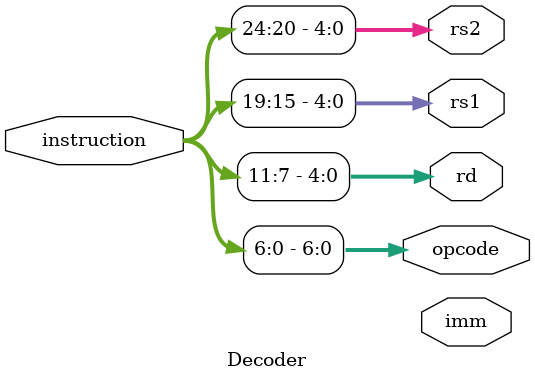
<source format=v>
module Decoder (
    input [31:0] instruction,
    output [6:0] opcode,
    output [4:0] rd,
    output [4:0] rs1,
    output [4:0] rs2,
    output [31:0] imm
);

assign opcode = instruction[6:0];
assign rd = instruction[11:7];
assign rs1 = instruction[19:15];
assign rs2 = instruction[24:20];

endmodule

</source>
